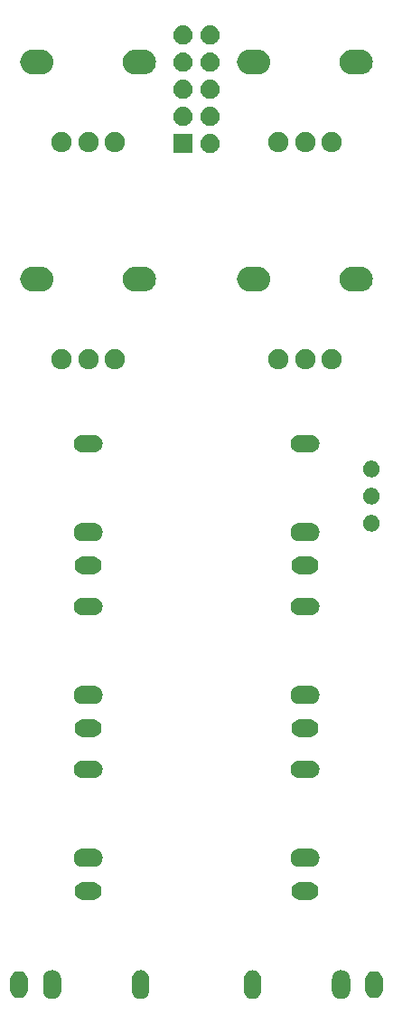
<source format=gbr>
G04 #@! TF.GenerationSoftware,KiCad,Pcbnew,(5.0.1-3-g963ef8bb5)*
G04 #@! TF.CreationDate,2018-11-04T18:34:46+08:00*
G04 #@! TF.ProjectId,SteinerVCF,537465696E65725643462E6B69636164,rev?*
G04 #@! TF.SameCoordinates,PX8d9ee20PY6422c40*
G04 #@! TF.FileFunction,Soldermask,Top*
G04 #@! TF.FilePolarity,Negative*
%FSLAX46Y46*%
G04 Gerber Fmt 4.6, Leading zero omitted, Abs format (unit mm)*
G04 Created by KiCad (PCBNEW (5.0.1-3-g963ef8bb5)) date 2018 November 04, Sunday 18:34:46*
%MOMM*%
%LPD*%
G01*
G04 APERTURE LIST*
%ADD10C,0.100000*%
G04 APERTURE END LIST*
D10*
G36*
X-13373179Y-44381313D02*
X-13373176Y-44381314D01*
X-13373175Y-44381314D01*
X-13212761Y-44429975D01*
X-13212759Y-44429976D01*
X-13212756Y-44429977D01*
X-13064922Y-44508995D01*
X-12935341Y-44615341D01*
X-12828995Y-44744922D01*
X-12749977Y-44892756D01*
X-12749977Y-44892757D01*
X-12749975Y-44892761D01*
X-12713508Y-45012977D01*
X-12701313Y-45053179D01*
X-12689000Y-45178197D01*
X-12689000Y-46261804D01*
X-12701313Y-46386821D01*
X-12701314Y-46386824D01*
X-12701314Y-46386825D01*
X-12719640Y-46447239D01*
X-12749977Y-46547244D01*
X-12828995Y-46695078D01*
X-12935341Y-46824659D01*
X-13064922Y-46931005D01*
X-13212757Y-47010023D01*
X-13212760Y-47010024D01*
X-13212762Y-47010025D01*
X-13373176Y-47058686D01*
X-13373177Y-47058686D01*
X-13373180Y-47058687D01*
X-13540000Y-47075117D01*
X-13706821Y-47058687D01*
X-13706824Y-47058686D01*
X-13706825Y-47058686D01*
X-13867239Y-47010025D01*
X-13867241Y-47010024D01*
X-13867244Y-47010023D01*
X-14015078Y-46931005D01*
X-14144659Y-46824659D01*
X-14251005Y-46695078D01*
X-14330023Y-46547243D01*
X-14360357Y-46447244D01*
X-14378686Y-46386824D01*
X-14378686Y-46386823D01*
X-14378687Y-46386820D01*
X-14391000Y-46261803D01*
X-14390999Y-45178196D01*
X-14378686Y-45053179D01*
X-14366491Y-45012977D01*
X-14330024Y-44892761D01*
X-14330022Y-44892757D01*
X-14330022Y-44892756D01*
X-14251004Y-44744922D01*
X-14144658Y-44615341D01*
X-14015077Y-44508995D01*
X-13867243Y-44429977D01*
X-13867240Y-44429976D01*
X-13867238Y-44429975D01*
X-13706824Y-44381314D01*
X-13706823Y-44381314D01*
X-13706820Y-44381313D01*
X-13540000Y-44364883D01*
X-13373179Y-44381313D01*
X-13373179Y-44381313D01*
G37*
G36*
X13706820Y-44381313D02*
X13706823Y-44381314D01*
X13706824Y-44381314D01*
X13867238Y-44429975D01*
X13867240Y-44429976D01*
X13867243Y-44429977D01*
X14015078Y-44508995D01*
X14144659Y-44615341D01*
X14251005Y-44744922D01*
X14330023Y-44892756D01*
X14330023Y-44892757D01*
X14330025Y-44892761D01*
X14366492Y-45012977D01*
X14378687Y-45053179D01*
X14391000Y-45178196D01*
X14391000Y-46261803D01*
X14378687Y-46386821D01*
X14378686Y-46386824D01*
X14378686Y-46386825D01*
X14360360Y-46447239D01*
X14330023Y-46547244D01*
X14251005Y-46695078D01*
X14144659Y-46824659D01*
X14015078Y-46931005D01*
X13867244Y-47010023D01*
X13867241Y-47010024D01*
X13867239Y-47010025D01*
X13706825Y-47058686D01*
X13706824Y-47058686D01*
X13706821Y-47058687D01*
X13540000Y-47075117D01*
X13373180Y-47058687D01*
X13373177Y-47058686D01*
X13373176Y-47058686D01*
X13212762Y-47010025D01*
X13212760Y-47010024D01*
X13212757Y-47010023D01*
X13064923Y-46931005D01*
X12935342Y-46824659D01*
X12828996Y-46695078D01*
X12749978Y-46547244D01*
X12719642Y-46447239D01*
X12701315Y-46386825D01*
X12701315Y-46386824D01*
X12701314Y-46386821D01*
X12689001Y-46261804D01*
X12689000Y-45178197D01*
X12701313Y-45053180D01*
X12701314Y-45053176D01*
X12749975Y-44892762D01*
X12749976Y-44892760D01*
X12749977Y-44892757D01*
X12828995Y-44744922D01*
X12935341Y-44615341D01*
X13064922Y-44508995D01*
X13212756Y-44429977D01*
X13212759Y-44429976D01*
X13212761Y-44429975D01*
X13373175Y-44381314D01*
X13373176Y-44381314D01*
X13373179Y-44381313D01*
X13540000Y-44364883D01*
X13706820Y-44381313D01*
X13706820Y-44381313D01*
G37*
G36*
X5397024Y-44380590D02*
X5548011Y-44426392D01*
X5687161Y-44500768D01*
X5722750Y-44529975D01*
X5809133Y-44600867D01*
X5809134Y-44600869D01*
X5809136Y-44600870D01*
X5909230Y-44722835D01*
X5983608Y-44861988D01*
X6029410Y-45012975D01*
X6041000Y-45130654D01*
X6041000Y-46309346D01*
X6029410Y-46427025D01*
X5983608Y-46578012D01*
X5909230Y-46717165D01*
X5809133Y-46839133D01*
X5687165Y-46939230D01*
X5548012Y-47013608D01*
X5397025Y-47059410D01*
X5240000Y-47074875D01*
X5082976Y-47059410D01*
X4931989Y-47013608D01*
X4792836Y-46939230D01*
X4670868Y-46839133D01*
X4570771Y-46717165D01*
X4496393Y-46578012D01*
X4450591Y-46427025D01*
X4439001Y-46309346D01*
X4439000Y-45130655D01*
X4450590Y-45012976D01*
X4496392Y-44861989D01*
X4570768Y-44722839D01*
X4670865Y-44600870D01*
X4670867Y-44600867D01*
X4670869Y-44600866D01*
X4670870Y-44600864D01*
X4792835Y-44500770D01*
X4931988Y-44426392D01*
X5082975Y-44380590D01*
X5240000Y-44365125D01*
X5397024Y-44380590D01*
X5397024Y-44380590D01*
G37*
G36*
X-5082975Y-44380590D02*
X-4931988Y-44426392D01*
X-4792835Y-44500770D01*
X-4670867Y-44600867D01*
X-4570770Y-44722835D01*
X-4496392Y-44861988D01*
X-4450590Y-45012975D01*
X-4439000Y-45130654D01*
X-4439000Y-46309346D01*
X-4450590Y-46427025D01*
X-4496392Y-46578012D01*
X-4570770Y-46717165D01*
X-4670864Y-46839130D01*
X-4670866Y-46839131D01*
X-4670867Y-46839133D01*
X-4670871Y-46839136D01*
X-4792839Y-46939232D01*
X-4931989Y-47013608D01*
X-5082976Y-47059410D01*
X-5240000Y-47074875D01*
X-5397025Y-47059410D01*
X-5548012Y-47013608D01*
X-5687165Y-46939230D01*
X-5809130Y-46839136D01*
X-5809131Y-46839134D01*
X-5809133Y-46839133D01*
X-5859181Y-46778148D01*
X-5909232Y-46717161D01*
X-5983608Y-46578011D01*
X-6029410Y-46427024D01*
X-6041000Y-46309345D01*
X-6040999Y-45130654D01*
X-6029409Y-45012975D01*
X-5983607Y-44861988D01*
X-5909229Y-44722835D01*
X-5809132Y-44600867D01*
X-5687164Y-44500770D01*
X-5548011Y-44426392D01*
X-5397024Y-44380590D01*
X-5240000Y-44365125D01*
X-5082975Y-44380590D01*
X-5082975Y-44380590D01*
G37*
G36*
X16806820Y-44481313D02*
X16806823Y-44481314D01*
X16806824Y-44481314D01*
X16967238Y-44529975D01*
X16967240Y-44529976D01*
X16967243Y-44529977D01*
X17115078Y-44608995D01*
X17244659Y-44715341D01*
X17351005Y-44844922D01*
X17430023Y-44992756D01*
X17430023Y-44992757D01*
X17430025Y-44992761D01*
X17471855Y-45130656D01*
X17478687Y-45153179D01*
X17491000Y-45278196D01*
X17491000Y-46161803D01*
X17478687Y-46286820D01*
X17478686Y-46286822D01*
X17478686Y-46286825D01*
X17430025Y-46447238D01*
X17430023Y-46447244D01*
X17351005Y-46595078D01*
X17244659Y-46724659D01*
X17115078Y-46831005D01*
X16967244Y-46910023D01*
X16967241Y-46910024D01*
X16967239Y-46910025D01*
X16806825Y-46958686D01*
X16806824Y-46958686D01*
X16806821Y-46958687D01*
X16640000Y-46975117D01*
X16473180Y-46958687D01*
X16473177Y-46958686D01*
X16473176Y-46958686D01*
X16312762Y-46910025D01*
X16312760Y-46910024D01*
X16312757Y-46910023D01*
X16164923Y-46831005D01*
X16035342Y-46724659D01*
X15928996Y-46595078D01*
X15849978Y-46447244D01*
X15843845Y-46427025D01*
X15801315Y-46286825D01*
X15801315Y-46286824D01*
X15801314Y-46286821D01*
X15789000Y-46161803D01*
X15789000Y-45278197D01*
X15801313Y-45153180D01*
X15801314Y-45153176D01*
X15849975Y-44992762D01*
X15849976Y-44992760D01*
X15849977Y-44992757D01*
X15928995Y-44844922D01*
X16035341Y-44715341D01*
X16164922Y-44608995D01*
X16312756Y-44529977D01*
X16312759Y-44529976D01*
X16312761Y-44529975D01*
X16473175Y-44481314D01*
X16473176Y-44481314D01*
X16473179Y-44481313D01*
X16640000Y-44464883D01*
X16806820Y-44481313D01*
X16806820Y-44481313D01*
G37*
G36*
X-16473179Y-44481313D02*
X-16473176Y-44481314D01*
X-16473175Y-44481314D01*
X-16312761Y-44529975D01*
X-16312759Y-44529976D01*
X-16312756Y-44529977D01*
X-16164922Y-44608995D01*
X-16035341Y-44715341D01*
X-15928995Y-44844922D01*
X-15849977Y-44992756D01*
X-15849977Y-44992757D01*
X-15849975Y-44992761D01*
X-15801314Y-45153175D01*
X-15801314Y-45153176D01*
X-15801313Y-45153180D01*
X-15789000Y-45278197D01*
X-15789000Y-46161804D01*
X-15801313Y-46286821D01*
X-15801314Y-46286824D01*
X-15801314Y-46286825D01*
X-15843843Y-46427025D01*
X-15849977Y-46447244D01*
X-15928995Y-46595078D01*
X-16035341Y-46724659D01*
X-16164922Y-46831005D01*
X-16312757Y-46910023D01*
X-16312760Y-46910024D01*
X-16312762Y-46910025D01*
X-16473176Y-46958686D01*
X-16473177Y-46958686D01*
X-16473180Y-46958687D01*
X-16640000Y-46975117D01*
X-16806821Y-46958687D01*
X-16806824Y-46958686D01*
X-16806825Y-46958686D01*
X-16967239Y-46910025D01*
X-16967241Y-46910024D01*
X-16967244Y-46910023D01*
X-17115078Y-46831005D01*
X-17244659Y-46724659D01*
X-17351005Y-46595078D01*
X-17430023Y-46447243D01*
X-17436156Y-46427025D01*
X-17478686Y-46286824D01*
X-17478686Y-46286823D01*
X-17478687Y-46286820D01*
X-17491000Y-46161803D01*
X-17491000Y-45278197D01*
X-17478686Y-45153179D01*
X-17471854Y-45130656D01*
X-17430024Y-44992761D01*
X-17430022Y-44992757D01*
X-17430022Y-44992756D01*
X-17351004Y-44844922D01*
X-17244658Y-44715341D01*
X-17115077Y-44608995D01*
X-16967243Y-44529977D01*
X-16967240Y-44529976D01*
X-16967238Y-44529975D01*
X-16806824Y-44481314D01*
X-16806823Y-44481314D01*
X-16806820Y-44481313D01*
X-16640000Y-44464883D01*
X-16473179Y-44481313D01*
X-16473179Y-44481313D01*
G37*
G36*
X10726821Y-36121313D02*
X10726824Y-36121314D01*
X10726825Y-36121314D01*
X10887239Y-36169975D01*
X10887241Y-36169976D01*
X10887244Y-36169977D01*
X11035078Y-36248995D01*
X11164659Y-36355341D01*
X11271005Y-36484922D01*
X11350023Y-36632756D01*
X11398687Y-36793179D01*
X11415117Y-36960000D01*
X11398687Y-37126821D01*
X11350023Y-37287244D01*
X11271005Y-37435078D01*
X11164659Y-37564659D01*
X11035078Y-37671005D01*
X10887244Y-37750023D01*
X10887241Y-37750024D01*
X10887239Y-37750025D01*
X10726825Y-37798686D01*
X10726824Y-37798686D01*
X10726821Y-37798687D01*
X10601804Y-37811000D01*
X9718196Y-37811000D01*
X9593179Y-37798687D01*
X9593176Y-37798686D01*
X9593175Y-37798686D01*
X9432761Y-37750025D01*
X9432759Y-37750024D01*
X9432756Y-37750023D01*
X9284922Y-37671005D01*
X9155341Y-37564659D01*
X9048995Y-37435078D01*
X8969977Y-37287244D01*
X8921313Y-37126821D01*
X8904883Y-36960000D01*
X8921313Y-36793179D01*
X8969977Y-36632756D01*
X9048995Y-36484922D01*
X9155341Y-36355341D01*
X9284922Y-36248995D01*
X9432756Y-36169977D01*
X9432759Y-36169976D01*
X9432761Y-36169975D01*
X9593175Y-36121314D01*
X9593176Y-36121314D01*
X9593179Y-36121313D01*
X9718196Y-36109000D01*
X10601804Y-36109000D01*
X10726821Y-36121313D01*
X10726821Y-36121313D01*
G37*
G36*
X-9593179Y-36121313D02*
X-9593176Y-36121314D01*
X-9593175Y-36121314D01*
X-9432761Y-36169975D01*
X-9432759Y-36169976D01*
X-9432756Y-36169977D01*
X-9284922Y-36248995D01*
X-9155341Y-36355341D01*
X-9048995Y-36484922D01*
X-8969977Y-36632756D01*
X-8921313Y-36793179D01*
X-8904883Y-36960000D01*
X-8921313Y-37126821D01*
X-8969977Y-37287244D01*
X-9048995Y-37435078D01*
X-9155341Y-37564659D01*
X-9284922Y-37671005D01*
X-9432756Y-37750023D01*
X-9432759Y-37750024D01*
X-9432761Y-37750025D01*
X-9593175Y-37798686D01*
X-9593176Y-37798686D01*
X-9593179Y-37798687D01*
X-9718196Y-37811000D01*
X-10601804Y-37811000D01*
X-10726821Y-37798687D01*
X-10726824Y-37798686D01*
X-10726825Y-37798686D01*
X-10887239Y-37750025D01*
X-10887241Y-37750024D01*
X-10887244Y-37750023D01*
X-11035078Y-37671005D01*
X-11164659Y-37564659D01*
X-11271005Y-37435078D01*
X-11350023Y-37287244D01*
X-11398687Y-37126821D01*
X-11415117Y-36960000D01*
X-11398687Y-36793179D01*
X-11350023Y-36632756D01*
X-11271005Y-36484922D01*
X-11164659Y-36355341D01*
X-11035078Y-36248995D01*
X-10887244Y-36169977D01*
X-10887241Y-36169976D01*
X-10887239Y-36169975D01*
X-10726825Y-36121314D01*
X-10726824Y-36121314D01*
X-10726821Y-36121313D01*
X-10601804Y-36109000D01*
X-9718196Y-36109000D01*
X-9593179Y-36121313D01*
X-9593179Y-36121313D01*
G37*
G36*
X-9493179Y-33021313D02*
X-9493176Y-33021314D01*
X-9493175Y-33021314D01*
X-9332761Y-33069975D01*
X-9332759Y-33069976D01*
X-9332756Y-33069977D01*
X-9184922Y-33148995D01*
X-9055341Y-33255341D01*
X-8948995Y-33384922D01*
X-8869977Y-33532756D01*
X-8821313Y-33693179D01*
X-8804883Y-33860000D01*
X-8821313Y-34026821D01*
X-8869977Y-34187244D01*
X-8948995Y-34335078D01*
X-9055341Y-34464659D01*
X-9184922Y-34571005D01*
X-9332756Y-34650023D01*
X-9332759Y-34650024D01*
X-9332761Y-34650025D01*
X-9493175Y-34698686D01*
X-9493176Y-34698686D01*
X-9493179Y-34698687D01*
X-9618196Y-34711000D01*
X-10701804Y-34711000D01*
X-10826821Y-34698687D01*
X-10826824Y-34698686D01*
X-10826825Y-34698686D01*
X-10987239Y-34650025D01*
X-10987241Y-34650024D01*
X-10987244Y-34650023D01*
X-11135078Y-34571005D01*
X-11264659Y-34464659D01*
X-11371005Y-34335078D01*
X-11450023Y-34187244D01*
X-11498687Y-34026821D01*
X-11515117Y-33860000D01*
X-11498687Y-33693179D01*
X-11450023Y-33532756D01*
X-11371005Y-33384922D01*
X-11264659Y-33255341D01*
X-11135078Y-33148995D01*
X-10987244Y-33069977D01*
X-10987241Y-33069976D01*
X-10987239Y-33069975D01*
X-10826825Y-33021314D01*
X-10826824Y-33021314D01*
X-10826821Y-33021313D01*
X-10701804Y-33009000D01*
X-9618196Y-33009000D01*
X-9493179Y-33021313D01*
X-9493179Y-33021313D01*
G37*
G36*
X10826821Y-33021313D02*
X10826824Y-33021314D01*
X10826825Y-33021314D01*
X10987239Y-33069975D01*
X10987241Y-33069976D01*
X10987244Y-33069977D01*
X11135078Y-33148995D01*
X11264659Y-33255341D01*
X11371005Y-33384922D01*
X11450023Y-33532756D01*
X11498687Y-33693179D01*
X11515117Y-33860000D01*
X11498687Y-34026821D01*
X11450023Y-34187244D01*
X11371005Y-34335078D01*
X11264659Y-34464659D01*
X11135078Y-34571005D01*
X10987244Y-34650023D01*
X10987241Y-34650024D01*
X10987239Y-34650025D01*
X10826825Y-34698686D01*
X10826824Y-34698686D01*
X10826821Y-34698687D01*
X10701804Y-34711000D01*
X9618196Y-34711000D01*
X9493179Y-34698687D01*
X9493176Y-34698686D01*
X9493175Y-34698686D01*
X9332761Y-34650025D01*
X9332759Y-34650024D01*
X9332756Y-34650023D01*
X9184922Y-34571005D01*
X9055341Y-34464659D01*
X8948995Y-34335078D01*
X8869977Y-34187244D01*
X8821313Y-34026821D01*
X8804883Y-33860000D01*
X8821313Y-33693179D01*
X8869977Y-33532756D01*
X8948995Y-33384922D01*
X9055341Y-33255341D01*
X9184922Y-33148995D01*
X9332756Y-33069977D01*
X9332759Y-33069976D01*
X9332761Y-33069975D01*
X9493175Y-33021314D01*
X9493176Y-33021314D01*
X9493179Y-33021313D01*
X9618196Y-33009000D01*
X10701804Y-33009000D01*
X10826821Y-33021313D01*
X10826821Y-33021313D01*
G37*
G36*
X10867025Y-24770590D02*
X11018012Y-24816392D01*
X11157165Y-24890770D01*
X11279133Y-24990867D01*
X11379230Y-25112835D01*
X11453608Y-25251988D01*
X11499410Y-25402975D01*
X11514875Y-25560000D01*
X11499410Y-25717025D01*
X11453608Y-25868012D01*
X11379230Y-26007165D01*
X11279133Y-26129133D01*
X11157165Y-26229230D01*
X11018012Y-26303608D01*
X10867025Y-26349410D01*
X10749346Y-26361000D01*
X9570654Y-26361000D01*
X9452975Y-26349410D01*
X9301988Y-26303608D01*
X9162835Y-26229230D01*
X9040867Y-26129133D01*
X8940770Y-26007165D01*
X8866392Y-25868012D01*
X8820590Y-25717025D01*
X8805125Y-25560000D01*
X8820590Y-25402975D01*
X8866392Y-25251988D01*
X8940770Y-25112835D01*
X9040867Y-24990867D01*
X9162835Y-24890770D01*
X9301988Y-24816392D01*
X9452975Y-24770590D01*
X9570654Y-24759000D01*
X10749346Y-24759000D01*
X10867025Y-24770590D01*
X10867025Y-24770590D01*
G37*
G36*
X-9452975Y-24770590D02*
X-9301988Y-24816392D01*
X-9162835Y-24890770D01*
X-9040867Y-24990867D01*
X-8940770Y-25112835D01*
X-8866392Y-25251988D01*
X-8820590Y-25402975D01*
X-8805125Y-25560000D01*
X-8820590Y-25717025D01*
X-8866392Y-25868012D01*
X-8940770Y-26007165D01*
X-9040867Y-26129133D01*
X-9162835Y-26229230D01*
X-9301988Y-26303608D01*
X-9452975Y-26349410D01*
X-9570654Y-26361000D01*
X-10749346Y-26361000D01*
X-10867025Y-26349410D01*
X-11018012Y-26303608D01*
X-11157165Y-26229230D01*
X-11279133Y-26129133D01*
X-11379230Y-26007165D01*
X-11453608Y-25868012D01*
X-11499410Y-25717025D01*
X-11514875Y-25560000D01*
X-11499410Y-25402975D01*
X-11453608Y-25251988D01*
X-11379230Y-25112835D01*
X-11279133Y-24990867D01*
X-11157165Y-24890770D01*
X-11018012Y-24816392D01*
X-10867025Y-24770590D01*
X-10749346Y-24759000D01*
X-9570654Y-24759000D01*
X-9452975Y-24770590D01*
X-9452975Y-24770590D01*
G37*
G36*
X-9593179Y-20881313D02*
X-9593176Y-20881314D01*
X-9593175Y-20881314D01*
X-9432761Y-20929975D01*
X-9432759Y-20929976D01*
X-9432756Y-20929977D01*
X-9284922Y-21008995D01*
X-9155341Y-21115341D01*
X-9048995Y-21244922D01*
X-8969977Y-21392756D01*
X-8921313Y-21553179D01*
X-8904883Y-21720000D01*
X-8921313Y-21886821D01*
X-8969977Y-22047244D01*
X-9048995Y-22195078D01*
X-9155341Y-22324659D01*
X-9284922Y-22431005D01*
X-9432756Y-22510023D01*
X-9432759Y-22510024D01*
X-9432761Y-22510025D01*
X-9593175Y-22558686D01*
X-9593176Y-22558686D01*
X-9593179Y-22558687D01*
X-9718196Y-22571000D01*
X-10601804Y-22571000D01*
X-10726821Y-22558687D01*
X-10726824Y-22558686D01*
X-10726825Y-22558686D01*
X-10887239Y-22510025D01*
X-10887241Y-22510024D01*
X-10887244Y-22510023D01*
X-11035078Y-22431005D01*
X-11164659Y-22324659D01*
X-11271005Y-22195078D01*
X-11350023Y-22047244D01*
X-11398687Y-21886821D01*
X-11415117Y-21720000D01*
X-11398687Y-21553179D01*
X-11350023Y-21392756D01*
X-11271005Y-21244922D01*
X-11164659Y-21115341D01*
X-11035078Y-21008995D01*
X-10887244Y-20929977D01*
X-10887241Y-20929976D01*
X-10887239Y-20929975D01*
X-10726825Y-20881314D01*
X-10726824Y-20881314D01*
X-10726821Y-20881313D01*
X-10601804Y-20869000D01*
X-9718196Y-20869000D01*
X-9593179Y-20881313D01*
X-9593179Y-20881313D01*
G37*
G36*
X10726821Y-20881313D02*
X10726824Y-20881314D01*
X10726825Y-20881314D01*
X10887239Y-20929975D01*
X10887241Y-20929976D01*
X10887244Y-20929977D01*
X11035078Y-21008995D01*
X11164659Y-21115341D01*
X11271005Y-21244922D01*
X11350023Y-21392756D01*
X11398687Y-21553179D01*
X11415117Y-21720000D01*
X11398687Y-21886821D01*
X11350023Y-22047244D01*
X11271005Y-22195078D01*
X11164659Y-22324659D01*
X11035078Y-22431005D01*
X10887244Y-22510023D01*
X10887241Y-22510024D01*
X10887239Y-22510025D01*
X10726825Y-22558686D01*
X10726824Y-22558686D01*
X10726821Y-22558687D01*
X10601804Y-22571000D01*
X9718196Y-22571000D01*
X9593179Y-22558687D01*
X9593176Y-22558686D01*
X9593175Y-22558686D01*
X9432761Y-22510025D01*
X9432759Y-22510024D01*
X9432756Y-22510023D01*
X9284922Y-22431005D01*
X9155341Y-22324659D01*
X9048995Y-22195078D01*
X8969977Y-22047244D01*
X8921313Y-21886821D01*
X8904883Y-21720000D01*
X8921313Y-21553179D01*
X8969977Y-21392756D01*
X9048995Y-21244922D01*
X9155341Y-21115341D01*
X9284922Y-21008995D01*
X9432756Y-20929977D01*
X9432759Y-20929976D01*
X9432761Y-20929975D01*
X9593175Y-20881314D01*
X9593176Y-20881314D01*
X9593179Y-20881313D01*
X9718196Y-20869000D01*
X10601804Y-20869000D01*
X10726821Y-20881313D01*
X10726821Y-20881313D01*
G37*
G36*
X-9493179Y-17781313D02*
X-9493176Y-17781314D01*
X-9493175Y-17781314D01*
X-9332761Y-17829975D01*
X-9332759Y-17829976D01*
X-9332756Y-17829977D01*
X-9184922Y-17908995D01*
X-9055341Y-18015341D01*
X-8948995Y-18144922D01*
X-8869977Y-18292756D01*
X-8821313Y-18453179D01*
X-8804883Y-18620000D01*
X-8821313Y-18786821D01*
X-8869977Y-18947244D01*
X-8948995Y-19095078D01*
X-9055341Y-19224659D01*
X-9184922Y-19331005D01*
X-9332756Y-19410023D01*
X-9332759Y-19410024D01*
X-9332761Y-19410025D01*
X-9493175Y-19458686D01*
X-9493176Y-19458686D01*
X-9493179Y-19458687D01*
X-9618196Y-19471000D01*
X-10701804Y-19471000D01*
X-10826821Y-19458687D01*
X-10826824Y-19458686D01*
X-10826825Y-19458686D01*
X-10987239Y-19410025D01*
X-10987241Y-19410024D01*
X-10987244Y-19410023D01*
X-11135078Y-19331005D01*
X-11264659Y-19224659D01*
X-11371005Y-19095078D01*
X-11450023Y-18947244D01*
X-11498687Y-18786821D01*
X-11515117Y-18620000D01*
X-11498687Y-18453179D01*
X-11450023Y-18292756D01*
X-11371005Y-18144922D01*
X-11264659Y-18015341D01*
X-11135078Y-17908995D01*
X-10987244Y-17829977D01*
X-10987241Y-17829976D01*
X-10987239Y-17829975D01*
X-10826825Y-17781314D01*
X-10826824Y-17781314D01*
X-10826821Y-17781313D01*
X-10701804Y-17769000D01*
X-9618196Y-17769000D01*
X-9493179Y-17781313D01*
X-9493179Y-17781313D01*
G37*
G36*
X10826821Y-17781313D02*
X10826824Y-17781314D01*
X10826825Y-17781314D01*
X10987239Y-17829975D01*
X10987241Y-17829976D01*
X10987244Y-17829977D01*
X11135078Y-17908995D01*
X11264659Y-18015341D01*
X11371005Y-18144922D01*
X11450023Y-18292756D01*
X11498687Y-18453179D01*
X11515117Y-18620000D01*
X11498687Y-18786821D01*
X11450023Y-18947244D01*
X11371005Y-19095078D01*
X11264659Y-19224659D01*
X11135078Y-19331005D01*
X10987244Y-19410023D01*
X10987241Y-19410024D01*
X10987239Y-19410025D01*
X10826825Y-19458686D01*
X10826824Y-19458686D01*
X10826821Y-19458687D01*
X10701804Y-19471000D01*
X9618196Y-19471000D01*
X9493179Y-19458687D01*
X9493176Y-19458686D01*
X9493175Y-19458686D01*
X9332761Y-19410025D01*
X9332759Y-19410024D01*
X9332756Y-19410023D01*
X9184922Y-19331005D01*
X9055341Y-19224659D01*
X8948995Y-19095078D01*
X8869977Y-18947244D01*
X8821313Y-18786821D01*
X8804883Y-18620000D01*
X8821313Y-18453179D01*
X8869977Y-18292756D01*
X8948995Y-18144922D01*
X9055341Y-18015341D01*
X9184922Y-17908995D01*
X9332756Y-17829977D01*
X9332759Y-17829976D01*
X9332761Y-17829975D01*
X9493175Y-17781314D01*
X9493176Y-17781314D01*
X9493179Y-17781313D01*
X9618196Y-17769000D01*
X10701804Y-17769000D01*
X10826821Y-17781313D01*
X10826821Y-17781313D01*
G37*
G36*
X-9452975Y-9530590D02*
X-9301988Y-9576392D01*
X-9162835Y-9650770D01*
X-9040867Y-9750867D01*
X-8940770Y-9872835D01*
X-8866392Y-10011988D01*
X-8820590Y-10162975D01*
X-8805125Y-10320000D01*
X-8820590Y-10477025D01*
X-8866392Y-10628012D01*
X-8940770Y-10767165D01*
X-9040867Y-10889133D01*
X-9162835Y-10989230D01*
X-9301988Y-11063608D01*
X-9452975Y-11109410D01*
X-9570654Y-11121000D01*
X-10749346Y-11121000D01*
X-10867025Y-11109410D01*
X-11018012Y-11063608D01*
X-11157165Y-10989230D01*
X-11279133Y-10889133D01*
X-11379230Y-10767165D01*
X-11453608Y-10628012D01*
X-11499410Y-10477025D01*
X-11514875Y-10320000D01*
X-11499410Y-10162975D01*
X-11453608Y-10011988D01*
X-11379230Y-9872835D01*
X-11279133Y-9750867D01*
X-11157165Y-9650770D01*
X-11018012Y-9576392D01*
X-10867025Y-9530590D01*
X-10749346Y-9519000D01*
X-9570654Y-9519000D01*
X-9452975Y-9530590D01*
X-9452975Y-9530590D01*
G37*
G36*
X10867025Y-9530590D02*
X11018012Y-9576392D01*
X11157165Y-9650770D01*
X11279133Y-9750867D01*
X11379230Y-9872835D01*
X11453608Y-10011988D01*
X11499410Y-10162975D01*
X11514875Y-10320000D01*
X11499410Y-10477025D01*
X11453608Y-10628012D01*
X11379230Y-10767165D01*
X11279133Y-10889133D01*
X11157165Y-10989230D01*
X11018012Y-11063608D01*
X10867025Y-11109410D01*
X10749346Y-11121000D01*
X9570654Y-11121000D01*
X9452975Y-11109410D01*
X9301988Y-11063608D01*
X9162835Y-10989230D01*
X9040867Y-10889133D01*
X8940770Y-10767165D01*
X8866392Y-10628012D01*
X8820590Y-10477025D01*
X8805125Y-10320000D01*
X8820590Y-10162975D01*
X8866392Y-10011988D01*
X8940770Y-9872835D01*
X9040867Y-9750867D01*
X9162835Y-9650770D01*
X9301988Y-9576392D01*
X9452975Y-9530590D01*
X9570654Y-9519000D01*
X10749346Y-9519000D01*
X10867025Y-9530590D01*
X10867025Y-9530590D01*
G37*
G36*
X10726821Y-5641313D02*
X10726824Y-5641314D01*
X10726825Y-5641314D01*
X10887239Y-5689975D01*
X10887241Y-5689976D01*
X10887244Y-5689977D01*
X11035078Y-5768995D01*
X11164659Y-5875341D01*
X11271005Y-6004922D01*
X11350023Y-6152756D01*
X11398687Y-6313179D01*
X11415117Y-6480000D01*
X11398687Y-6646821D01*
X11350023Y-6807244D01*
X11271005Y-6955078D01*
X11164659Y-7084659D01*
X11035078Y-7191005D01*
X10887244Y-7270023D01*
X10887241Y-7270024D01*
X10887239Y-7270025D01*
X10726825Y-7318686D01*
X10726824Y-7318686D01*
X10726821Y-7318687D01*
X10601804Y-7331000D01*
X9718196Y-7331000D01*
X9593179Y-7318687D01*
X9593176Y-7318686D01*
X9593175Y-7318686D01*
X9432761Y-7270025D01*
X9432759Y-7270024D01*
X9432756Y-7270023D01*
X9284922Y-7191005D01*
X9155341Y-7084659D01*
X9048995Y-6955078D01*
X8969977Y-6807244D01*
X8921313Y-6646821D01*
X8904883Y-6480000D01*
X8921313Y-6313179D01*
X8969977Y-6152756D01*
X9048995Y-6004922D01*
X9155341Y-5875341D01*
X9284922Y-5768995D01*
X9432756Y-5689977D01*
X9432759Y-5689976D01*
X9432761Y-5689975D01*
X9593175Y-5641314D01*
X9593176Y-5641314D01*
X9593179Y-5641313D01*
X9718196Y-5629000D01*
X10601804Y-5629000D01*
X10726821Y-5641313D01*
X10726821Y-5641313D01*
G37*
G36*
X-9593179Y-5641313D02*
X-9593176Y-5641314D01*
X-9593175Y-5641314D01*
X-9432761Y-5689975D01*
X-9432759Y-5689976D01*
X-9432756Y-5689977D01*
X-9284922Y-5768995D01*
X-9155341Y-5875341D01*
X-9048995Y-6004922D01*
X-8969977Y-6152756D01*
X-8921313Y-6313179D01*
X-8904883Y-6480000D01*
X-8921313Y-6646821D01*
X-8969977Y-6807244D01*
X-9048995Y-6955078D01*
X-9155341Y-7084659D01*
X-9284922Y-7191005D01*
X-9432756Y-7270023D01*
X-9432759Y-7270024D01*
X-9432761Y-7270025D01*
X-9593175Y-7318686D01*
X-9593176Y-7318686D01*
X-9593179Y-7318687D01*
X-9718196Y-7331000D01*
X-10601804Y-7331000D01*
X-10726821Y-7318687D01*
X-10726824Y-7318686D01*
X-10726825Y-7318686D01*
X-10887239Y-7270025D01*
X-10887241Y-7270024D01*
X-10887244Y-7270023D01*
X-11035078Y-7191005D01*
X-11164659Y-7084659D01*
X-11271005Y-6955078D01*
X-11350023Y-6807244D01*
X-11398687Y-6646821D01*
X-11415117Y-6480000D01*
X-11398687Y-6313179D01*
X-11350023Y-6152756D01*
X-11271005Y-6004922D01*
X-11164659Y-5875341D01*
X-11035078Y-5768995D01*
X-10887244Y-5689977D01*
X-10887241Y-5689976D01*
X-10887239Y-5689975D01*
X-10726825Y-5641314D01*
X-10726824Y-5641314D01*
X-10726821Y-5641313D01*
X-10601804Y-5629000D01*
X-9718196Y-5629000D01*
X-9593179Y-5641313D01*
X-9593179Y-5641313D01*
G37*
G36*
X10826821Y-2541313D02*
X10826824Y-2541314D01*
X10826825Y-2541314D01*
X10987239Y-2589975D01*
X10987241Y-2589976D01*
X10987244Y-2589977D01*
X11135078Y-2668995D01*
X11264659Y-2775341D01*
X11371005Y-2904922D01*
X11450023Y-3052756D01*
X11498687Y-3213179D01*
X11515117Y-3380000D01*
X11498687Y-3546821D01*
X11450023Y-3707244D01*
X11371005Y-3855078D01*
X11264659Y-3984659D01*
X11135078Y-4091005D01*
X10987244Y-4170023D01*
X10987241Y-4170024D01*
X10987239Y-4170025D01*
X10826825Y-4218686D01*
X10826824Y-4218686D01*
X10826821Y-4218687D01*
X10701804Y-4231000D01*
X9618196Y-4231000D01*
X9493179Y-4218687D01*
X9493176Y-4218686D01*
X9493175Y-4218686D01*
X9332761Y-4170025D01*
X9332759Y-4170024D01*
X9332756Y-4170023D01*
X9184922Y-4091005D01*
X9055341Y-3984659D01*
X8948995Y-3855078D01*
X8869977Y-3707244D01*
X8821313Y-3546821D01*
X8804883Y-3380000D01*
X8821313Y-3213179D01*
X8869977Y-3052756D01*
X8948995Y-2904922D01*
X9055341Y-2775341D01*
X9184922Y-2668995D01*
X9332756Y-2589977D01*
X9332759Y-2589976D01*
X9332761Y-2589975D01*
X9493175Y-2541314D01*
X9493176Y-2541314D01*
X9493179Y-2541313D01*
X9618196Y-2529000D01*
X10701804Y-2529000D01*
X10826821Y-2541313D01*
X10826821Y-2541313D01*
G37*
G36*
X-9493179Y-2541313D02*
X-9493176Y-2541314D01*
X-9493175Y-2541314D01*
X-9332761Y-2589975D01*
X-9332759Y-2589976D01*
X-9332756Y-2589977D01*
X-9184922Y-2668995D01*
X-9055341Y-2775341D01*
X-8948995Y-2904922D01*
X-8869977Y-3052756D01*
X-8821313Y-3213179D01*
X-8804883Y-3380000D01*
X-8821313Y-3546821D01*
X-8869977Y-3707244D01*
X-8948995Y-3855078D01*
X-9055341Y-3984659D01*
X-9184922Y-4091005D01*
X-9332756Y-4170023D01*
X-9332759Y-4170024D01*
X-9332761Y-4170025D01*
X-9493175Y-4218686D01*
X-9493176Y-4218686D01*
X-9493179Y-4218687D01*
X-9618196Y-4231000D01*
X-10701804Y-4231000D01*
X-10826821Y-4218687D01*
X-10826824Y-4218686D01*
X-10826825Y-4218686D01*
X-10987239Y-4170025D01*
X-10987241Y-4170024D01*
X-10987244Y-4170023D01*
X-11135078Y-4091005D01*
X-11264659Y-3984659D01*
X-11371005Y-3855078D01*
X-11450023Y-3707244D01*
X-11498687Y-3546821D01*
X-11515117Y-3380000D01*
X-11498687Y-3213179D01*
X-11450023Y-3052756D01*
X-11371005Y-2904922D01*
X-11264659Y-2775341D01*
X-11135078Y-2668995D01*
X-10987244Y-2589977D01*
X-10987241Y-2589976D01*
X-10987239Y-2589975D01*
X-10826825Y-2541314D01*
X-10826824Y-2541314D01*
X-10826821Y-2541313D01*
X-10701804Y-2529000D01*
X-9618196Y-2529000D01*
X-9493179Y-2541313D01*
X-9493179Y-2541313D01*
G37*
G36*
X16508589Y-1778876D02*
X16607893Y-1798629D01*
X16748206Y-1856748D01*
X16874484Y-1941125D01*
X16981875Y-2048516D01*
X17066252Y-2174794D01*
X17124371Y-2315107D01*
X17154000Y-2464063D01*
X17154000Y-2615937D01*
X17124371Y-2764893D01*
X17066252Y-2905206D01*
X16981875Y-3031484D01*
X16874484Y-3138875D01*
X16748206Y-3223252D01*
X16607893Y-3281371D01*
X16508589Y-3301124D01*
X16458938Y-3311000D01*
X16307062Y-3311000D01*
X16257411Y-3301124D01*
X16158107Y-3281371D01*
X16017794Y-3223252D01*
X15891516Y-3138875D01*
X15784125Y-3031484D01*
X15699748Y-2905206D01*
X15641629Y-2764893D01*
X15612000Y-2615937D01*
X15612000Y-2464063D01*
X15641629Y-2315107D01*
X15699748Y-2174794D01*
X15784125Y-2048516D01*
X15891516Y-1941125D01*
X16017794Y-1856748D01*
X16158107Y-1798629D01*
X16257411Y-1778876D01*
X16307062Y-1769000D01*
X16458938Y-1769000D01*
X16508589Y-1778876D01*
X16508589Y-1778876D01*
G37*
G36*
X16508589Y761124D02*
X16607893Y741371D01*
X16748206Y683252D01*
X16874484Y598875D01*
X16981875Y491484D01*
X17066252Y365206D01*
X17124371Y224893D01*
X17154000Y75937D01*
X17154000Y-75937D01*
X17124371Y-224893D01*
X17066252Y-365206D01*
X16981875Y-491484D01*
X16874484Y-598875D01*
X16748206Y-683252D01*
X16607893Y-741371D01*
X16508589Y-761124D01*
X16458938Y-771000D01*
X16307062Y-771000D01*
X16257411Y-761124D01*
X16158107Y-741371D01*
X16017794Y-683252D01*
X15891516Y-598875D01*
X15784125Y-491484D01*
X15699748Y-365206D01*
X15641629Y-224893D01*
X15612000Y-75937D01*
X15612000Y75937D01*
X15641629Y224893D01*
X15699748Y365206D01*
X15784125Y491484D01*
X15891516Y598875D01*
X16017794Y683252D01*
X16158107Y741371D01*
X16257411Y761124D01*
X16307062Y771000D01*
X16458938Y771000D01*
X16508589Y761124D01*
X16508589Y761124D01*
G37*
G36*
X16508589Y3301124D02*
X16607893Y3281371D01*
X16748206Y3223252D01*
X16874484Y3138875D01*
X16981875Y3031484D01*
X17066252Y2905206D01*
X17124371Y2764893D01*
X17154000Y2615937D01*
X17154000Y2464063D01*
X17124371Y2315107D01*
X17066252Y2174794D01*
X16981875Y2048516D01*
X16874484Y1941125D01*
X16748206Y1856748D01*
X16607893Y1798629D01*
X16508589Y1778876D01*
X16458938Y1769000D01*
X16307062Y1769000D01*
X16257411Y1778876D01*
X16158107Y1798629D01*
X16017794Y1856748D01*
X15891516Y1941125D01*
X15784125Y2048516D01*
X15699748Y2174794D01*
X15641629Y2315107D01*
X15612000Y2464063D01*
X15612000Y2615937D01*
X15641629Y2764893D01*
X15699748Y2905206D01*
X15784125Y3031484D01*
X15891516Y3138875D01*
X16017794Y3223252D01*
X16158107Y3281371D01*
X16257411Y3301124D01*
X16307062Y3311000D01*
X16458938Y3311000D01*
X16508589Y3301124D01*
X16508589Y3301124D01*
G37*
G36*
X10867025Y5709410D02*
X11018012Y5663608D01*
X11157165Y5589230D01*
X11279133Y5489133D01*
X11379230Y5367165D01*
X11453608Y5228012D01*
X11499410Y5077025D01*
X11514875Y4920000D01*
X11499410Y4762975D01*
X11453608Y4611988D01*
X11379230Y4472835D01*
X11279133Y4350867D01*
X11157165Y4250770D01*
X11018012Y4176392D01*
X10867025Y4130590D01*
X10749346Y4119000D01*
X9570654Y4119000D01*
X9452975Y4130590D01*
X9301988Y4176392D01*
X9162835Y4250770D01*
X9040867Y4350867D01*
X8940770Y4472835D01*
X8866392Y4611988D01*
X8820590Y4762975D01*
X8805125Y4920000D01*
X8820590Y5077025D01*
X8866392Y5228012D01*
X8940770Y5367165D01*
X9040867Y5489133D01*
X9162835Y5589230D01*
X9301988Y5663608D01*
X9452975Y5709410D01*
X9570654Y5721000D01*
X10749346Y5721000D01*
X10867025Y5709410D01*
X10867025Y5709410D01*
G37*
G36*
X-9452975Y5709410D02*
X-9301988Y5663608D01*
X-9162835Y5589230D01*
X-9040867Y5489133D01*
X-8940770Y5367165D01*
X-8866392Y5228012D01*
X-8820590Y5077025D01*
X-8805125Y4920000D01*
X-8820590Y4762975D01*
X-8866392Y4611988D01*
X-8940770Y4472835D01*
X-9040867Y4350867D01*
X-9162835Y4250770D01*
X-9301988Y4176392D01*
X-9452975Y4130590D01*
X-9570654Y4119000D01*
X-10749346Y4119000D01*
X-10867025Y4130590D01*
X-11018012Y4176392D01*
X-11157165Y4250770D01*
X-11279133Y4350867D01*
X-11379230Y4472835D01*
X-11453608Y4611988D01*
X-11499410Y4762975D01*
X-11514875Y4920000D01*
X-11499410Y5077025D01*
X-11453608Y5228012D01*
X-11379230Y5367165D01*
X-11279133Y5489133D01*
X-11157165Y5589230D01*
X-11018012Y5663608D01*
X-10867025Y5709410D01*
X-10749346Y5721000D01*
X-9570654Y5721000D01*
X-9452975Y5709410D01*
X-9452975Y5709410D01*
G37*
G36*
X10477396Y13734444D02*
X10650466Y13662756D01*
X10806230Y13558678D01*
X10938688Y13426220D01*
X11042766Y13270456D01*
X11114454Y13097386D01*
X11151000Y12913657D01*
X11151000Y12726323D01*
X11114454Y12542594D01*
X11042766Y12369524D01*
X10938688Y12213760D01*
X10806230Y12081302D01*
X10650466Y11977224D01*
X10477396Y11905536D01*
X10293667Y11868990D01*
X10106333Y11868990D01*
X9922604Y11905536D01*
X9749534Y11977224D01*
X9593770Y12081302D01*
X9461312Y12213760D01*
X9357234Y12369524D01*
X9285546Y12542594D01*
X9249000Y12726323D01*
X9249000Y12913657D01*
X9285546Y13097386D01*
X9357234Y13270456D01*
X9461312Y13426220D01*
X9593770Y13558678D01*
X9749534Y13662756D01*
X9922604Y13734444D01*
X10106333Y13770990D01*
X10293667Y13770990D01*
X10477396Y13734444D01*
X10477396Y13734444D01*
G37*
G36*
X12937396Y13734444D02*
X13110466Y13662756D01*
X13266230Y13558678D01*
X13398688Y13426220D01*
X13502766Y13270456D01*
X13574454Y13097386D01*
X13611000Y12913657D01*
X13611000Y12726323D01*
X13574454Y12542594D01*
X13502766Y12369524D01*
X13398688Y12213760D01*
X13266230Y12081302D01*
X13110466Y11977224D01*
X12937396Y11905536D01*
X12753667Y11868990D01*
X12566333Y11868990D01*
X12382604Y11905536D01*
X12209534Y11977224D01*
X12053770Y12081302D01*
X11921312Y12213760D01*
X11817234Y12369524D01*
X11745546Y12542594D01*
X11709000Y12726323D01*
X11709000Y12913657D01*
X11745546Y13097386D01*
X11817234Y13270456D01*
X11921312Y13426220D01*
X12053770Y13558678D01*
X12209534Y13662756D01*
X12382604Y13734444D01*
X12566333Y13770990D01*
X12753667Y13770990D01*
X12937396Y13734444D01*
X12937396Y13734444D01*
G37*
G36*
X7937396Y13734444D02*
X8110466Y13662756D01*
X8266230Y13558678D01*
X8398688Y13426220D01*
X8502766Y13270456D01*
X8574454Y13097386D01*
X8611000Y12913657D01*
X8611000Y12726323D01*
X8574454Y12542594D01*
X8502766Y12369524D01*
X8398688Y12213760D01*
X8266230Y12081302D01*
X8110466Y11977224D01*
X7937396Y11905536D01*
X7753667Y11868990D01*
X7566333Y11868990D01*
X7382604Y11905536D01*
X7209534Y11977224D01*
X7053770Y12081302D01*
X6921312Y12213760D01*
X6817234Y12369524D01*
X6745546Y12542594D01*
X6709000Y12726323D01*
X6709000Y12913657D01*
X6745546Y13097386D01*
X6817234Y13270456D01*
X6921312Y13426220D01*
X7053770Y13558678D01*
X7209534Y13662756D01*
X7382604Y13734444D01*
X7566333Y13770990D01*
X7753667Y13770990D01*
X7937396Y13734444D01*
X7937396Y13734444D01*
G37*
G36*
X-7382604Y13734444D02*
X-7209534Y13662756D01*
X-7053770Y13558678D01*
X-6921312Y13426220D01*
X-6817234Y13270456D01*
X-6745546Y13097386D01*
X-6709000Y12913657D01*
X-6709000Y12726323D01*
X-6745546Y12542594D01*
X-6817234Y12369524D01*
X-6921312Y12213760D01*
X-7053770Y12081302D01*
X-7209534Y11977224D01*
X-7382604Y11905536D01*
X-7566333Y11868990D01*
X-7753667Y11868990D01*
X-7937396Y11905536D01*
X-8110466Y11977224D01*
X-8266230Y12081302D01*
X-8398688Y12213760D01*
X-8502766Y12369524D01*
X-8574454Y12542594D01*
X-8611000Y12726323D01*
X-8611000Y12913657D01*
X-8574454Y13097386D01*
X-8502766Y13270456D01*
X-8398688Y13426220D01*
X-8266230Y13558678D01*
X-8110466Y13662756D01*
X-7937396Y13734444D01*
X-7753667Y13770990D01*
X-7566333Y13770990D01*
X-7382604Y13734444D01*
X-7382604Y13734444D01*
G37*
G36*
X-9842604Y13734444D02*
X-9669534Y13662756D01*
X-9513770Y13558678D01*
X-9381312Y13426220D01*
X-9277234Y13270456D01*
X-9205546Y13097386D01*
X-9169000Y12913657D01*
X-9169000Y12726323D01*
X-9205546Y12542594D01*
X-9277234Y12369524D01*
X-9381312Y12213760D01*
X-9513770Y12081302D01*
X-9669534Y11977224D01*
X-9842604Y11905536D01*
X-10026333Y11868990D01*
X-10213667Y11868990D01*
X-10397396Y11905536D01*
X-10570466Y11977224D01*
X-10726230Y12081302D01*
X-10858688Y12213760D01*
X-10962766Y12369524D01*
X-11034454Y12542594D01*
X-11071000Y12726323D01*
X-11071000Y12913657D01*
X-11034454Y13097386D01*
X-10962766Y13270456D01*
X-10858688Y13426220D01*
X-10726230Y13558678D01*
X-10570466Y13662756D01*
X-10397396Y13734444D01*
X-10213667Y13770990D01*
X-10026333Y13770990D01*
X-9842604Y13734444D01*
X-9842604Y13734444D01*
G37*
G36*
X-12382604Y13734444D02*
X-12209534Y13662756D01*
X-12053770Y13558678D01*
X-11921312Y13426220D01*
X-11817234Y13270456D01*
X-11745546Y13097386D01*
X-11709000Y12913657D01*
X-11709000Y12726323D01*
X-11745546Y12542594D01*
X-11817234Y12369524D01*
X-11921312Y12213760D01*
X-12053770Y12081302D01*
X-12209534Y11977224D01*
X-12382604Y11905536D01*
X-12566333Y11868990D01*
X-12753667Y11868990D01*
X-12937396Y11905536D01*
X-13110466Y11977224D01*
X-13266230Y12081302D01*
X-13398688Y12213760D01*
X-13502766Y12369524D01*
X-13574454Y12542594D01*
X-13611000Y12726323D01*
X-13611000Y12913657D01*
X-13574454Y13097386D01*
X-13502766Y13270456D01*
X-13398688Y13426220D01*
X-13266230Y13558678D01*
X-13110466Y13662756D01*
X-12937396Y13734444D01*
X-12753667Y13770990D01*
X-12566333Y13770990D01*
X-12382604Y13734444D01*
X-12382604Y13734444D01*
G37*
G36*
X15484180Y21464338D02*
X15585635Y21454346D01*
X15802600Y21388530D01*
X15802602Y21388529D01*
X15802605Y21388528D01*
X16002556Y21281653D01*
X16177818Y21137818D01*
X16321653Y20962556D01*
X16428528Y20762605D01*
X16428529Y20762602D01*
X16428530Y20762600D01*
X16494346Y20545635D01*
X16516569Y20320000D01*
X16494346Y20094365D01*
X16428530Y19877400D01*
X16428528Y19877395D01*
X16321653Y19677444D01*
X16177818Y19502182D01*
X16002556Y19358347D01*
X15802605Y19251472D01*
X15802602Y19251471D01*
X15802600Y19251470D01*
X15585635Y19185654D01*
X15484180Y19175662D01*
X15416545Y19169000D01*
X14503455Y19169000D01*
X14435820Y19175662D01*
X14334365Y19185654D01*
X14117400Y19251470D01*
X14117398Y19251471D01*
X14117395Y19251472D01*
X13917444Y19358347D01*
X13742182Y19502182D01*
X13598347Y19677444D01*
X13491472Y19877395D01*
X13491470Y19877400D01*
X13425654Y20094365D01*
X13403431Y20320000D01*
X13425654Y20545635D01*
X13491470Y20762600D01*
X13491471Y20762602D01*
X13491472Y20762605D01*
X13598347Y20962556D01*
X13742182Y21137818D01*
X13917444Y21281653D01*
X14117395Y21388528D01*
X14117398Y21388529D01*
X14117400Y21388530D01*
X14334365Y21454346D01*
X14435820Y21464338D01*
X14503455Y21471000D01*
X15416545Y21471000D01*
X15484180Y21464338D01*
X15484180Y21464338D01*
G37*
G36*
X5884180Y21464338D02*
X5985635Y21454346D01*
X6202600Y21388530D01*
X6202602Y21388529D01*
X6202605Y21388528D01*
X6402556Y21281653D01*
X6577818Y21137818D01*
X6721653Y20962556D01*
X6828528Y20762605D01*
X6828529Y20762602D01*
X6828530Y20762600D01*
X6894346Y20545635D01*
X6916569Y20320000D01*
X6894346Y20094365D01*
X6828530Y19877400D01*
X6828528Y19877395D01*
X6721653Y19677444D01*
X6577818Y19502182D01*
X6402556Y19358347D01*
X6202605Y19251472D01*
X6202602Y19251471D01*
X6202600Y19251470D01*
X5985635Y19185654D01*
X5884180Y19175662D01*
X5816545Y19169000D01*
X4903455Y19169000D01*
X4835820Y19175662D01*
X4734365Y19185654D01*
X4517400Y19251470D01*
X4517398Y19251471D01*
X4517395Y19251472D01*
X4317444Y19358347D01*
X4142182Y19502182D01*
X3998347Y19677444D01*
X3891472Y19877395D01*
X3891470Y19877400D01*
X3825654Y20094365D01*
X3803431Y20320000D01*
X3825654Y20545635D01*
X3891470Y20762600D01*
X3891471Y20762602D01*
X3891472Y20762605D01*
X3998347Y20962556D01*
X4142182Y21137818D01*
X4317444Y21281653D01*
X4517395Y21388528D01*
X4517398Y21388529D01*
X4517400Y21388530D01*
X4734365Y21454346D01*
X4835820Y21464338D01*
X4903455Y21471000D01*
X5816545Y21471000D01*
X5884180Y21464338D01*
X5884180Y21464338D01*
G37*
G36*
X-4835820Y21464338D02*
X-4734365Y21454346D01*
X-4517400Y21388530D01*
X-4517398Y21388529D01*
X-4517395Y21388528D01*
X-4317444Y21281653D01*
X-4142182Y21137818D01*
X-3998347Y20962556D01*
X-3891472Y20762605D01*
X-3891471Y20762602D01*
X-3891470Y20762600D01*
X-3825654Y20545635D01*
X-3803431Y20320000D01*
X-3825654Y20094365D01*
X-3891470Y19877400D01*
X-3891472Y19877395D01*
X-3998347Y19677444D01*
X-4142182Y19502182D01*
X-4317444Y19358347D01*
X-4517395Y19251472D01*
X-4517398Y19251471D01*
X-4517400Y19251470D01*
X-4734365Y19185654D01*
X-4835820Y19175662D01*
X-4903455Y19169000D01*
X-5816545Y19169000D01*
X-5884180Y19175662D01*
X-5985635Y19185654D01*
X-6202600Y19251470D01*
X-6202602Y19251471D01*
X-6202605Y19251472D01*
X-6402556Y19358347D01*
X-6577818Y19502182D01*
X-6721653Y19677444D01*
X-6828528Y19877395D01*
X-6828530Y19877400D01*
X-6894346Y20094365D01*
X-6916569Y20320000D01*
X-6894346Y20545635D01*
X-6828530Y20762600D01*
X-6828529Y20762602D01*
X-6828528Y20762605D01*
X-6721653Y20962556D01*
X-6577818Y21137818D01*
X-6402556Y21281653D01*
X-6202605Y21388528D01*
X-6202602Y21388529D01*
X-6202600Y21388530D01*
X-5985635Y21454346D01*
X-5884180Y21464338D01*
X-5816545Y21471000D01*
X-4903455Y21471000D01*
X-4835820Y21464338D01*
X-4835820Y21464338D01*
G37*
G36*
X-14435820Y21464338D02*
X-14334365Y21454346D01*
X-14117400Y21388530D01*
X-14117398Y21388529D01*
X-14117395Y21388528D01*
X-13917444Y21281653D01*
X-13742182Y21137818D01*
X-13598347Y20962556D01*
X-13491472Y20762605D01*
X-13491471Y20762602D01*
X-13491470Y20762600D01*
X-13425654Y20545635D01*
X-13403431Y20320000D01*
X-13425654Y20094365D01*
X-13491470Y19877400D01*
X-13491472Y19877395D01*
X-13598347Y19677444D01*
X-13742182Y19502182D01*
X-13917444Y19358347D01*
X-14117395Y19251472D01*
X-14117398Y19251471D01*
X-14117400Y19251470D01*
X-14334365Y19185654D01*
X-14435820Y19175662D01*
X-14503455Y19169000D01*
X-15416545Y19169000D01*
X-15484180Y19175662D01*
X-15585635Y19185654D01*
X-15802600Y19251470D01*
X-15802602Y19251471D01*
X-15802605Y19251472D01*
X-16002556Y19358347D01*
X-16177818Y19502182D01*
X-16321653Y19677444D01*
X-16428528Y19877395D01*
X-16428530Y19877400D01*
X-16494346Y20094365D01*
X-16516569Y20320000D01*
X-16494346Y20545635D01*
X-16428530Y20762600D01*
X-16428529Y20762602D01*
X-16428528Y20762605D01*
X-16321653Y20962556D01*
X-16177818Y21137818D01*
X-16002556Y21281653D01*
X-15802605Y21388528D01*
X-15802602Y21388529D01*
X-15802600Y21388530D01*
X-15585635Y21454346D01*
X-15484180Y21464338D01*
X-15416545Y21471000D01*
X-14503455Y21471000D01*
X-14435820Y21464338D01*
X-14435820Y21464338D01*
G37*
G36*
X-369000Y32119000D02*
X-2171000Y32119000D01*
X-2171000Y33921000D01*
X-369000Y33921000D01*
X-369000Y32119000D01*
X-369000Y32119000D01*
G37*
G36*
X1380442Y33914482D02*
X1446627Y33907963D01*
X1543160Y33878680D01*
X1616467Y33856443D01*
X1755087Y33782348D01*
X1772991Y33772778D01*
X1805352Y33746220D01*
X1910186Y33660186D01*
X1967410Y33590457D01*
X2022778Y33522991D01*
X2022779Y33522989D01*
X2106443Y33366467D01*
X2106443Y33366466D01*
X2157963Y33196627D01*
X2175359Y33020000D01*
X2157963Y32843373D01*
X2123616Y32730147D01*
X2106443Y32673533D01*
X2032348Y32534913D01*
X2022778Y32517009D01*
X1993448Y32481271D01*
X1910186Y32379814D01*
X1809550Y32297225D01*
X1772991Y32267222D01*
X1772989Y32267221D01*
X1616467Y32183557D01*
X1559853Y32166384D01*
X1446627Y32132037D01*
X1380442Y32125518D01*
X1314260Y32119000D01*
X1225740Y32119000D01*
X1159558Y32125518D01*
X1093373Y32132037D01*
X980147Y32166384D01*
X923533Y32183557D01*
X767011Y32267221D01*
X767009Y32267222D01*
X730450Y32297225D01*
X629814Y32379814D01*
X546552Y32481271D01*
X517222Y32517009D01*
X507652Y32534913D01*
X433557Y32673533D01*
X416384Y32730147D01*
X382037Y32843373D01*
X364641Y33020000D01*
X382037Y33196627D01*
X433557Y33366466D01*
X433557Y33366467D01*
X517221Y33522989D01*
X517222Y33522991D01*
X572590Y33590457D01*
X629814Y33660186D01*
X734648Y33746220D01*
X767009Y33772778D01*
X784913Y33782348D01*
X923533Y33856443D01*
X996840Y33878680D01*
X1093373Y33907963D01*
X1159558Y33914482D01*
X1225740Y33921000D01*
X1314260Y33921000D01*
X1380442Y33914482D01*
X1380442Y33914482D01*
G37*
G36*
X-7382604Y34054444D02*
X-7209534Y33982756D01*
X-7053770Y33878678D01*
X-6921312Y33746220D01*
X-6817234Y33590456D01*
X-6745546Y33417386D01*
X-6709000Y33233657D01*
X-6709000Y33046323D01*
X-6745546Y32862594D01*
X-6817234Y32689524D01*
X-6921312Y32533760D01*
X-7053770Y32401302D01*
X-7209534Y32297224D01*
X-7382604Y32225536D01*
X-7566333Y32188990D01*
X-7753667Y32188990D01*
X-7937396Y32225536D01*
X-8110466Y32297224D01*
X-8266230Y32401302D01*
X-8398688Y32533760D01*
X-8502766Y32689524D01*
X-8574454Y32862594D01*
X-8611000Y33046323D01*
X-8611000Y33233657D01*
X-8574454Y33417386D01*
X-8502766Y33590456D01*
X-8398688Y33746220D01*
X-8266230Y33878678D01*
X-8110466Y33982756D01*
X-7937396Y34054444D01*
X-7753667Y34090990D01*
X-7566333Y34090990D01*
X-7382604Y34054444D01*
X-7382604Y34054444D01*
G37*
G36*
X-9842604Y34054444D02*
X-9669534Y33982756D01*
X-9513770Y33878678D01*
X-9381312Y33746220D01*
X-9277234Y33590456D01*
X-9205546Y33417386D01*
X-9169000Y33233657D01*
X-9169000Y33046323D01*
X-9205546Y32862594D01*
X-9277234Y32689524D01*
X-9381312Y32533760D01*
X-9513770Y32401302D01*
X-9669534Y32297224D01*
X-9842604Y32225536D01*
X-10026333Y32188990D01*
X-10213667Y32188990D01*
X-10397396Y32225536D01*
X-10570466Y32297224D01*
X-10726230Y32401302D01*
X-10858688Y32533760D01*
X-10962766Y32689524D01*
X-11034454Y32862594D01*
X-11071000Y33046323D01*
X-11071000Y33233657D01*
X-11034454Y33417386D01*
X-10962766Y33590456D01*
X-10858688Y33746220D01*
X-10726230Y33878678D01*
X-10570466Y33982756D01*
X-10397396Y34054444D01*
X-10213667Y34090990D01*
X-10026333Y34090990D01*
X-9842604Y34054444D01*
X-9842604Y34054444D01*
G37*
G36*
X-12382604Y34054444D02*
X-12209534Y33982756D01*
X-12053770Y33878678D01*
X-11921312Y33746220D01*
X-11817234Y33590456D01*
X-11745546Y33417386D01*
X-11709000Y33233657D01*
X-11709000Y33046323D01*
X-11745546Y32862594D01*
X-11817234Y32689524D01*
X-11921312Y32533760D01*
X-12053770Y32401302D01*
X-12209534Y32297224D01*
X-12382604Y32225536D01*
X-12566333Y32188990D01*
X-12753667Y32188990D01*
X-12937396Y32225536D01*
X-13110466Y32297224D01*
X-13266230Y32401302D01*
X-13398688Y32533760D01*
X-13502766Y32689524D01*
X-13574454Y32862594D01*
X-13611000Y33046323D01*
X-13611000Y33233657D01*
X-13574454Y33417386D01*
X-13502766Y33590456D01*
X-13398688Y33746220D01*
X-13266230Y33878678D01*
X-13110466Y33982756D01*
X-12937396Y34054444D01*
X-12753667Y34090990D01*
X-12566333Y34090990D01*
X-12382604Y34054444D01*
X-12382604Y34054444D01*
G37*
G36*
X12937396Y34054444D02*
X13110466Y33982756D01*
X13266230Y33878678D01*
X13398688Y33746220D01*
X13502766Y33590456D01*
X13574454Y33417386D01*
X13611000Y33233657D01*
X13611000Y33046323D01*
X13574454Y32862594D01*
X13502766Y32689524D01*
X13398688Y32533760D01*
X13266230Y32401302D01*
X13110466Y32297224D01*
X12937396Y32225536D01*
X12753667Y32188990D01*
X12566333Y32188990D01*
X12382604Y32225536D01*
X12209534Y32297224D01*
X12053770Y32401302D01*
X11921312Y32533760D01*
X11817234Y32689524D01*
X11745546Y32862594D01*
X11709000Y33046323D01*
X11709000Y33233657D01*
X11745546Y33417386D01*
X11817234Y33590456D01*
X11921312Y33746220D01*
X12053770Y33878678D01*
X12209534Y33982756D01*
X12382604Y34054444D01*
X12566333Y34090990D01*
X12753667Y34090990D01*
X12937396Y34054444D01*
X12937396Y34054444D01*
G37*
G36*
X10477396Y34054444D02*
X10650466Y33982756D01*
X10806230Y33878678D01*
X10938688Y33746220D01*
X11042766Y33590456D01*
X11114454Y33417386D01*
X11151000Y33233657D01*
X11151000Y33046323D01*
X11114454Y32862594D01*
X11042766Y32689524D01*
X10938688Y32533760D01*
X10806230Y32401302D01*
X10650466Y32297224D01*
X10477396Y32225536D01*
X10293667Y32188990D01*
X10106333Y32188990D01*
X9922604Y32225536D01*
X9749534Y32297224D01*
X9593770Y32401302D01*
X9461312Y32533760D01*
X9357234Y32689524D01*
X9285546Y32862594D01*
X9249000Y33046323D01*
X9249000Y33233657D01*
X9285546Y33417386D01*
X9357234Y33590456D01*
X9461312Y33746220D01*
X9593770Y33878678D01*
X9749534Y33982756D01*
X9922604Y34054444D01*
X10106333Y34090990D01*
X10293667Y34090990D01*
X10477396Y34054444D01*
X10477396Y34054444D01*
G37*
G36*
X7937396Y34054444D02*
X8110466Y33982756D01*
X8266230Y33878678D01*
X8398688Y33746220D01*
X8502766Y33590456D01*
X8574454Y33417386D01*
X8611000Y33233657D01*
X8611000Y33046323D01*
X8574454Y32862594D01*
X8502766Y32689524D01*
X8398688Y32533760D01*
X8266230Y32401302D01*
X8110466Y32297224D01*
X7937396Y32225536D01*
X7753667Y32188990D01*
X7566333Y32188990D01*
X7382604Y32225536D01*
X7209534Y32297224D01*
X7053770Y32401302D01*
X6921312Y32533760D01*
X6817234Y32689524D01*
X6745546Y32862594D01*
X6709000Y33046323D01*
X6709000Y33233657D01*
X6745546Y33417386D01*
X6817234Y33590456D01*
X6921312Y33746220D01*
X7053770Y33878678D01*
X7209534Y33982756D01*
X7382604Y34054444D01*
X7566333Y34090990D01*
X7753667Y34090990D01*
X7937396Y34054444D01*
X7937396Y34054444D01*
G37*
G36*
X1380443Y36454481D02*
X1446627Y36447963D01*
X1559853Y36413616D01*
X1616467Y36396443D01*
X1755087Y36322348D01*
X1772991Y36312778D01*
X1808729Y36283448D01*
X1910186Y36200186D01*
X1993448Y36098729D01*
X2022778Y36062991D01*
X2022779Y36062989D01*
X2106443Y35906467D01*
X2106443Y35906466D01*
X2157963Y35736627D01*
X2175359Y35560000D01*
X2157963Y35383373D01*
X2123616Y35270147D01*
X2106443Y35213533D01*
X2032348Y35074913D01*
X2022778Y35057009D01*
X1993448Y35021271D01*
X1910186Y34919814D01*
X1808729Y34836552D01*
X1772991Y34807222D01*
X1772989Y34807221D01*
X1616467Y34723557D01*
X1559853Y34706384D01*
X1446627Y34672037D01*
X1380443Y34665519D01*
X1314260Y34659000D01*
X1225740Y34659000D01*
X1159557Y34665519D01*
X1093373Y34672037D01*
X980147Y34706384D01*
X923533Y34723557D01*
X767011Y34807221D01*
X767009Y34807222D01*
X731271Y34836552D01*
X629814Y34919814D01*
X546552Y35021271D01*
X517222Y35057009D01*
X507652Y35074913D01*
X433557Y35213533D01*
X416384Y35270147D01*
X382037Y35383373D01*
X364641Y35560000D01*
X382037Y35736627D01*
X433557Y35906466D01*
X433557Y35906467D01*
X517221Y36062989D01*
X517222Y36062991D01*
X546552Y36098729D01*
X629814Y36200186D01*
X731271Y36283448D01*
X767009Y36312778D01*
X784913Y36322348D01*
X923533Y36396443D01*
X980147Y36413616D01*
X1093373Y36447963D01*
X1159557Y36454481D01*
X1225740Y36461000D01*
X1314260Y36461000D01*
X1380443Y36454481D01*
X1380443Y36454481D01*
G37*
G36*
X-1159557Y36454481D02*
X-1093373Y36447963D01*
X-980147Y36413616D01*
X-923533Y36396443D01*
X-784913Y36322348D01*
X-767009Y36312778D01*
X-731271Y36283448D01*
X-629814Y36200186D01*
X-546552Y36098729D01*
X-517222Y36062991D01*
X-517221Y36062989D01*
X-433557Y35906467D01*
X-433557Y35906466D01*
X-382037Y35736627D01*
X-364641Y35560000D01*
X-382037Y35383373D01*
X-416384Y35270147D01*
X-433557Y35213533D01*
X-507652Y35074913D01*
X-517222Y35057009D01*
X-546552Y35021271D01*
X-629814Y34919814D01*
X-731271Y34836552D01*
X-767009Y34807222D01*
X-767011Y34807221D01*
X-923533Y34723557D01*
X-980147Y34706384D01*
X-1093373Y34672037D01*
X-1159557Y34665519D01*
X-1225740Y34659000D01*
X-1314260Y34659000D01*
X-1380443Y34665519D01*
X-1446627Y34672037D01*
X-1559853Y34706384D01*
X-1616467Y34723557D01*
X-1772989Y34807221D01*
X-1772991Y34807222D01*
X-1808729Y34836552D01*
X-1910186Y34919814D01*
X-1993448Y35021271D01*
X-2022778Y35057009D01*
X-2032348Y35074913D01*
X-2106443Y35213533D01*
X-2123616Y35270147D01*
X-2157963Y35383373D01*
X-2175359Y35560000D01*
X-2157963Y35736627D01*
X-2106443Y35906466D01*
X-2106443Y35906467D01*
X-2022779Y36062989D01*
X-2022778Y36062991D01*
X-1993448Y36098729D01*
X-1910186Y36200186D01*
X-1808729Y36283448D01*
X-1772991Y36312778D01*
X-1755087Y36322348D01*
X-1616467Y36396443D01*
X-1559853Y36413616D01*
X-1446627Y36447963D01*
X-1380443Y36454481D01*
X-1314260Y36461000D01*
X-1225740Y36461000D01*
X-1159557Y36454481D01*
X-1159557Y36454481D01*
G37*
G36*
X1380442Y38994482D02*
X1446627Y38987963D01*
X1559853Y38953616D01*
X1616467Y38936443D01*
X1755087Y38862348D01*
X1772991Y38852778D01*
X1808729Y38823448D01*
X1910186Y38740186D01*
X1993448Y38638729D01*
X2022778Y38602991D01*
X2022779Y38602989D01*
X2106443Y38446467D01*
X2106443Y38446466D01*
X2157963Y38276627D01*
X2175359Y38100000D01*
X2157963Y37923373D01*
X2123616Y37810147D01*
X2106443Y37753533D01*
X2032348Y37614913D01*
X2022778Y37597009D01*
X1993448Y37561271D01*
X1910186Y37459814D01*
X1808729Y37376552D01*
X1772991Y37347222D01*
X1772989Y37347221D01*
X1616467Y37263557D01*
X1559853Y37246384D01*
X1446627Y37212037D01*
X1380443Y37205519D01*
X1314260Y37199000D01*
X1225740Y37199000D01*
X1159557Y37205519D01*
X1093373Y37212037D01*
X980147Y37246384D01*
X923533Y37263557D01*
X767011Y37347221D01*
X767009Y37347222D01*
X731271Y37376552D01*
X629814Y37459814D01*
X546552Y37561271D01*
X517222Y37597009D01*
X507652Y37614913D01*
X433557Y37753533D01*
X416384Y37810147D01*
X382037Y37923373D01*
X364641Y38100000D01*
X382037Y38276627D01*
X433557Y38446466D01*
X433557Y38446467D01*
X517221Y38602989D01*
X517222Y38602991D01*
X546552Y38638729D01*
X629814Y38740186D01*
X731271Y38823448D01*
X767009Y38852778D01*
X784913Y38862348D01*
X923533Y38936443D01*
X980147Y38953616D01*
X1093373Y38987963D01*
X1159558Y38994482D01*
X1225740Y39001000D01*
X1314260Y39001000D01*
X1380442Y38994482D01*
X1380442Y38994482D01*
G37*
G36*
X-1159558Y38994482D02*
X-1093373Y38987963D01*
X-980147Y38953616D01*
X-923533Y38936443D01*
X-784913Y38862348D01*
X-767009Y38852778D01*
X-731271Y38823448D01*
X-629814Y38740186D01*
X-546552Y38638729D01*
X-517222Y38602991D01*
X-517221Y38602989D01*
X-433557Y38446467D01*
X-433557Y38446466D01*
X-382037Y38276627D01*
X-364641Y38100000D01*
X-382037Y37923373D01*
X-416384Y37810147D01*
X-433557Y37753533D01*
X-507652Y37614913D01*
X-517222Y37597009D01*
X-546552Y37561271D01*
X-629814Y37459814D01*
X-731271Y37376552D01*
X-767009Y37347222D01*
X-767011Y37347221D01*
X-923533Y37263557D01*
X-980147Y37246384D01*
X-1093373Y37212037D01*
X-1159557Y37205519D01*
X-1225740Y37199000D01*
X-1314260Y37199000D01*
X-1380443Y37205519D01*
X-1446627Y37212037D01*
X-1559853Y37246384D01*
X-1616467Y37263557D01*
X-1772989Y37347221D01*
X-1772991Y37347222D01*
X-1808729Y37376552D01*
X-1910186Y37459814D01*
X-1993448Y37561271D01*
X-2022778Y37597009D01*
X-2032348Y37614913D01*
X-2106443Y37753533D01*
X-2123616Y37810147D01*
X-2157963Y37923373D01*
X-2175359Y38100000D01*
X-2157963Y38276627D01*
X-2106443Y38446466D01*
X-2106443Y38446467D01*
X-2022779Y38602989D01*
X-2022778Y38602991D01*
X-1993448Y38638729D01*
X-1910186Y38740186D01*
X-1808729Y38823448D01*
X-1772991Y38852778D01*
X-1755087Y38862348D01*
X-1616467Y38936443D01*
X-1559853Y38953616D01*
X-1446627Y38987963D01*
X-1380442Y38994482D01*
X-1314260Y39001000D01*
X-1225740Y39001000D01*
X-1159558Y38994482D01*
X-1159558Y38994482D01*
G37*
G36*
X5884180Y41784338D02*
X5985635Y41774346D01*
X6202600Y41708530D01*
X6202602Y41708529D01*
X6202605Y41708528D01*
X6402556Y41601653D01*
X6577818Y41457818D01*
X6721653Y41282556D01*
X6828528Y41082605D01*
X6828529Y41082602D01*
X6828530Y41082600D01*
X6894346Y40865635D01*
X6916569Y40640000D01*
X6894346Y40414365D01*
X6828530Y40197400D01*
X6828528Y40197395D01*
X6721653Y39997444D01*
X6577818Y39822182D01*
X6402556Y39678347D01*
X6202605Y39571472D01*
X6202602Y39571471D01*
X6202600Y39571470D01*
X5985635Y39505654D01*
X5884180Y39495662D01*
X5816545Y39489000D01*
X4903455Y39489000D01*
X4835820Y39495662D01*
X4734365Y39505654D01*
X4517400Y39571470D01*
X4517398Y39571471D01*
X4517395Y39571472D01*
X4317444Y39678347D01*
X4142182Y39822182D01*
X3998347Y39997444D01*
X3891472Y40197395D01*
X3891470Y40197400D01*
X3825654Y40414365D01*
X3803431Y40640000D01*
X3825654Y40865635D01*
X3891470Y41082600D01*
X3891471Y41082602D01*
X3891472Y41082605D01*
X3998347Y41282556D01*
X4142182Y41457818D01*
X4317444Y41601653D01*
X4517395Y41708528D01*
X4517398Y41708529D01*
X4517400Y41708530D01*
X4734365Y41774346D01*
X4835820Y41784338D01*
X4903455Y41791000D01*
X5816545Y41791000D01*
X5884180Y41784338D01*
X5884180Y41784338D01*
G37*
G36*
X15484180Y41784338D02*
X15585635Y41774346D01*
X15802600Y41708530D01*
X15802602Y41708529D01*
X15802605Y41708528D01*
X16002556Y41601653D01*
X16177818Y41457818D01*
X16321653Y41282556D01*
X16428528Y41082605D01*
X16428529Y41082602D01*
X16428530Y41082600D01*
X16494346Y40865635D01*
X16516569Y40640000D01*
X16494346Y40414365D01*
X16428530Y40197400D01*
X16428528Y40197395D01*
X16321653Y39997444D01*
X16177818Y39822182D01*
X16002556Y39678347D01*
X15802605Y39571472D01*
X15802602Y39571471D01*
X15802600Y39571470D01*
X15585635Y39505654D01*
X15484180Y39495662D01*
X15416545Y39489000D01*
X14503455Y39489000D01*
X14435820Y39495662D01*
X14334365Y39505654D01*
X14117400Y39571470D01*
X14117398Y39571471D01*
X14117395Y39571472D01*
X13917444Y39678347D01*
X13742182Y39822182D01*
X13598347Y39997444D01*
X13491472Y40197395D01*
X13491470Y40197400D01*
X13425654Y40414365D01*
X13403431Y40640000D01*
X13425654Y40865635D01*
X13491470Y41082600D01*
X13491471Y41082602D01*
X13491472Y41082605D01*
X13598347Y41282556D01*
X13742182Y41457818D01*
X13917444Y41601653D01*
X14117395Y41708528D01*
X14117398Y41708529D01*
X14117400Y41708530D01*
X14334365Y41774346D01*
X14435820Y41784338D01*
X14503455Y41791000D01*
X15416545Y41791000D01*
X15484180Y41784338D01*
X15484180Y41784338D01*
G37*
G36*
X-14435820Y41784338D02*
X-14334365Y41774346D01*
X-14117400Y41708530D01*
X-14117398Y41708529D01*
X-14117395Y41708528D01*
X-13917444Y41601653D01*
X-13742182Y41457818D01*
X-13598347Y41282556D01*
X-13491472Y41082605D01*
X-13491471Y41082602D01*
X-13491470Y41082600D01*
X-13425654Y40865635D01*
X-13403431Y40640000D01*
X-13425654Y40414365D01*
X-13491470Y40197400D01*
X-13491472Y40197395D01*
X-13598347Y39997444D01*
X-13742182Y39822182D01*
X-13917444Y39678347D01*
X-14117395Y39571472D01*
X-14117398Y39571471D01*
X-14117400Y39571470D01*
X-14334365Y39505654D01*
X-14435820Y39495662D01*
X-14503455Y39489000D01*
X-15416545Y39489000D01*
X-15484180Y39495662D01*
X-15585635Y39505654D01*
X-15802600Y39571470D01*
X-15802602Y39571471D01*
X-15802605Y39571472D01*
X-16002556Y39678347D01*
X-16177818Y39822182D01*
X-16321653Y39997444D01*
X-16428528Y40197395D01*
X-16428530Y40197400D01*
X-16494346Y40414365D01*
X-16516569Y40640000D01*
X-16494346Y40865635D01*
X-16428530Y41082600D01*
X-16428529Y41082602D01*
X-16428528Y41082605D01*
X-16321653Y41282556D01*
X-16177818Y41457818D01*
X-16002556Y41601653D01*
X-15802605Y41708528D01*
X-15802602Y41708529D01*
X-15802600Y41708530D01*
X-15585635Y41774346D01*
X-15484180Y41784338D01*
X-15416545Y41791000D01*
X-14503455Y41791000D01*
X-14435820Y41784338D01*
X-14435820Y41784338D01*
G37*
G36*
X-4835820Y41784338D02*
X-4734365Y41774346D01*
X-4517400Y41708530D01*
X-4517398Y41708529D01*
X-4517395Y41708528D01*
X-4317444Y41601653D01*
X-4142182Y41457818D01*
X-3998347Y41282556D01*
X-3891472Y41082605D01*
X-3891471Y41082602D01*
X-3891470Y41082600D01*
X-3825654Y40865635D01*
X-3803431Y40640000D01*
X-3825654Y40414365D01*
X-3891470Y40197400D01*
X-3891472Y40197395D01*
X-3998347Y39997444D01*
X-4142182Y39822182D01*
X-4317444Y39678347D01*
X-4517395Y39571472D01*
X-4517398Y39571471D01*
X-4517400Y39571470D01*
X-4734365Y39505654D01*
X-4835820Y39495662D01*
X-4903455Y39489000D01*
X-5816545Y39489000D01*
X-5884180Y39495662D01*
X-5985635Y39505654D01*
X-6202600Y39571470D01*
X-6202602Y39571471D01*
X-6202605Y39571472D01*
X-6402556Y39678347D01*
X-6577818Y39822182D01*
X-6721653Y39997444D01*
X-6828528Y40197395D01*
X-6828530Y40197400D01*
X-6894346Y40414365D01*
X-6916569Y40640000D01*
X-6894346Y40865635D01*
X-6828530Y41082600D01*
X-6828529Y41082602D01*
X-6828528Y41082605D01*
X-6721653Y41282556D01*
X-6577818Y41457818D01*
X-6402556Y41601653D01*
X-6202605Y41708528D01*
X-6202602Y41708529D01*
X-6202600Y41708530D01*
X-5985635Y41774346D01*
X-5884180Y41784338D01*
X-5816545Y41791000D01*
X-4903455Y41791000D01*
X-4835820Y41784338D01*
X-4835820Y41784338D01*
G37*
G36*
X-1159557Y41534481D02*
X-1093373Y41527963D01*
X-980147Y41493616D01*
X-923533Y41476443D01*
X-888689Y41457818D01*
X-767009Y41392778D01*
X-731271Y41363448D01*
X-629814Y41280186D01*
X-546552Y41178729D01*
X-517222Y41142991D01*
X-517221Y41142989D01*
X-433557Y40986467D01*
X-433557Y40986466D01*
X-382037Y40816627D01*
X-364641Y40640000D01*
X-382037Y40463373D01*
X-416384Y40350147D01*
X-433557Y40293533D01*
X-484942Y40197400D01*
X-517222Y40137009D01*
X-546552Y40101271D01*
X-629814Y39999814D01*
X-731271Y39916552D01*
X-767009Y39887222D01*
X-767011Y39887221D01*
X-923533Y39803557D01*
X-980147Y39786384D01*
X-1093373Y39752037D01*
X-1159558Y39745518D01*
X-1225740Y39739000D01*
X-1314260Y39739000D01*
X-1380442Y39745518D01*
X-1446627Y39752037D01*
X-1559853Y39786384D01*
X-1616467Y39803557D01*
X-1772989Y39887221D01*
X-1772991Y39887222D01*
X-1808729Y39916552D01*
X-1910186Y39999814D01*
X-1993448Y40101271D01*
X-2022778Y40137009D01*
X-2055058Y40197400D01*
X-2106443Y40293533D01*
X-2123616Y40350147D01*
X-2157963Y40463373D01*
X-2175359Y40640000D01*
X-2157963Y40816627D01*
X-2106443Y40986466D01*
X-2106443Y40986467D01*
X-2022779Y41142989D01*
X-2022778Y41142991D01*
X-1993448Y41178729D01*
X-1910186Y41280186D01*
X-1808729Y41363448D01*
X-1772991Y41392778D01*
X-1651311Y41457818D01*
X-1616467Y41476443D01*
X-1559853Y41493616D01*
X-1446627Y41527963D01*
X-1380443Y41534481D01*
X-1314260Y41541000D01*
X-1225740Y41541000D01*
X-1159557Y41534481D01*
X-1159557Y41534481D01*
G37*
G36*
X1380443Y41534481D02*
X1446627Y41527963D01*
X1559853Y41493616D01*
X1616467Y41476443D01*
X1651311Y41457818D01*
X1772991Y41392778D01*
X1808729Y41363448D01*
X1910186Y41280186D01*
X1993448Y41178729D01*
X2022778Y41142991D01*
X2022779Y41142989D01*
X2106443Y40986467D01*
X2106443Y40986466D01*
X2157963Y40816627D01*
X2175359Y40640000D01*
X2157963Y40463373D01*
X2123616Y40350147D01*
X2106443Y40293533D01*
X2055058Y40197400D01*
X2022778Y40137009D01*
X1993448Y40101271D01*
X1910186Y39999814D01*
X1808729Y39916552D01*
X1772991Y39887222D01*
X1772989Y39887221D01*
X1616467Y39803557D01*
X1559853Y39786384D01*
X1446627Y39752037D01*
X1380442Y39745518D01*
X1314260Y39739000D01*
X1225740Y39739000D01*
X1159558Y39745518D01*
X1093373Y39752037D01*
X980147Y39786384D01*
X923533Y39803557D01*
X767011Y39887221D01*
X767009Y39887222D01*
X731271Y39916552D01*
X629814Y39999814D01*
X546552Y40101271D01*
X517222Y40137009D01*
X484942Y40197400D01*
X433557Y40293533D01*
X416384Y40350147D01*
X382037Y40463373D01*
X364641Y40640000D01*
X382037Y40816627D01*
X433557Y40986466D01*
X433557Y40986467D01*
X517221Y41142989D01*
X517222Y41142991D01*
X546552Y41178729D01*
X629814Y41280186D01*
X731271Y41363448D01*
X767009Y41392778D01*
X888689Y41457818D01*
X923533Y41476443D01*
X980147Y41493616D01*
X1093373Y41527963D01*
X1159557Y41534481D01*
X1225740Y41541000D01*
X1314260Y41541000D01*
X1380443Y41534481D01*
X1380443Y41534481D01*
G37*
G36*
X-1159558Y44074482D02*
X-1093373Y44067963D01*
X-980147Y44033616D01*
X-923533Y44016443D01*
X-784913Y43942348D01*
X-767009Y43932778D01*
X-731271Y43903448D01*
X-629814Y43820186D01*
X-546552Y43718729D01*
X-517222Y43682991D01*
X-517221Y43682989D01*
X-433557Y43526467D01*
X-433557Y43526466D01*
X-382037Y43356627D01*
X-364641Y43180000D01*
X-382037Y43003373D01*
X-416384Y42890147D01*
X-433557Y42833533D01*
X-507652Y42694913D01*
X-517222Y42677009D01*
X-546552Y42641271D01*
X-629814Y42539814D01*
X-731271Y42456552D01*
X-767009Y42427222D01*
X-767011Y42427221D01*
X-923533Y42343557D01*
X-980147Y42326384D01*
X-1093373Y42292037D01*
X-1159558Y42285518D01*
X-1225740Y42279000D01*
X-1314260Y42279000D01*
X-1380442Y42285518D01*
X-1446627Y42292037D01*
X-1559853Y42326384D01*
X-1616467Y42343557D01*
X-1772989Y42427221D01*
X-1772991Y42427222D01*
X-1808729Y42456552D01*
X-1910186Y42539814D01*
X-1993448Y42641271D01*
X-2022778Y42677009D01*
X-2032348Y42694913D01*
X-2106443Y42833533D01*
X-2123616Y42890147D01*
X-2157963Y43003373D01*
X-2175359Y43180000D01*
X-2157963Y43356627D01*
X-2106443Y43526466D01*
X-2106443Y43526467D01*
X-2022779Y43682989D01*
X-2022778Y43682991D01*
X-1993448Y43718729D01*
X-1910186Y43820186D01*
X-1808729Y43903448D01*
X-1772991Y43932778D01*
X-1755087Y43942348D01*
X-1616467Y44016443D01*
X-1559853Y44033616D01*
X-1446627Y44067963D01*
X-1380442Y44074482D01*
X-1314260Y44081000D01*
X-1225740Y44081000D01*
X-1159558Y44074482D01*
X-1159558Y44074482D01*
G37*
G36*
X1380442Y44074482D02*
X1446627Y44067963D01*
X1559853Y44033616D01*
X1616467Y44016443D01*
X1755087Y43942348D01*
X1772991Y43932778D01*
X1808729Y43903448D01*
X1910186Y43820186D01*
X1993448Y43718729D01*
X2022778Y43682991D01*
X2022779Y43682989D01*
X2106443Y43526467D01*
X2106443Y43526466D01*
X2157963Y43356627D01*
X2175359Y43180000D01*
X2157963Y43003373D01*
X2123616Y42890147D01*
X2106443Y42833533D01*
X2032348Y42694913D01*
X2022778Y42677009D01*
X1993448Y42641271D01*
X1910186Y42539814D01*
X1808729Y42456552D01*
X1772991Y42427222D01*
X1772989Y42427221D01*
X1616467Y42343557D01*
X1559853Y42326384D01*
X1446627Y42292037D01*
X1380442Y42285518D01*
X1314260Y42279000D01*
X1225740Y42279000D01*
X1159558Y42285518D01*
X1093373Y42292037D01*
X980147Y42326384D01*
X923533Y42343557D01*
X767011Y42427221D01*
X767009Y42427222D01*
X731271Y42456552D01*
X629814Y42539814D01*
X546552Y42641271D01*
X517222Y42677009D01*
X507652Y42694913D01*
X433557Y42833533D01*
X416384Y42890147D01*
X382037Y43003373D01*
X364641Y43180000D01*
X382037Y43356627D01*
X433557Y43526466D01*
X433557Y43526467D01*
X517221Y43682989D01*
X517222Y43682991D01*
X546552Y43718729D01*
X629814Y43820186D01*
X731271Y43903448D01*
X767009Y43932778D01*
X784913Y43942348D01*
X923533Y44016443D01*
X980147Y44033616D01*
X1093373Y44067963D01*
X1159558Y44074482D01*
X1225740Y44081000D01*
X1314260Y44081000D01*
X1380442Y44074482D01*
X1380442Y44074482D01*
G37*
M02*

</source>
